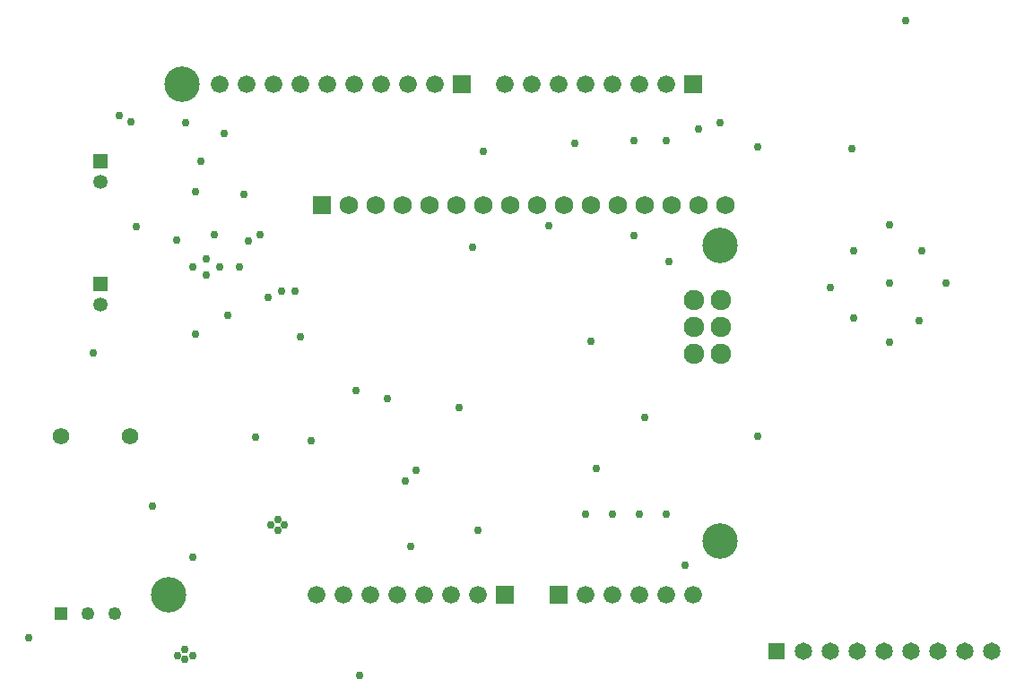
<source format=gbs>
G04*
G04 #@! TF.GenerationSoftware,Altium Limited,Altium Designer,20.1.14 (287)*
G04*
G04 Layer_Color=16711935*
%FSLAX25Y25*%
%MOIN*%
G70*
G04*
G04 #@! TF.SameCoordinates,0E931F91-B317-41B1-A8FB-8677B043815F*
G04*
G04*
G04 #@! TF.FilePolarity,Negative*
G04*
G01*
G75*
%ADD55C,0.06591*%
%ADD56R,0.04921X0.04921*%
%ADD57C,0.04921*%
%ADD58C,0.06890*%
%ADD59R,0.06890X0.06890*%
%ADD60C,0.06134*%
%ADD61C,0.05315*%
%ADD62R,0.05315X0.05315*%
%ADD63R,0.06496X0.06496*%
%ADD64C,0.06496*%
%ADD65C,0.07591*%
%ADD66R,0.06591X0.06591*%
%ADD67C,0.13189*%
%ADD68C,0.02953*%
D55*
X250000Y40000D02*
D03*
X210000D02*
D03*
X220000D02*
D03*
X230000D02*
D03*
X240000D02*
D03*
X160000D02*
D03*
X170000D02*
D03*
X110000D02*
D03*
X120000D02*
D03*
X130000D02*
D03*
X140000D02*
D03*
X150000D02*
D03*
X230000Y230000D02*
D03*
X240000D02*
D03*
X180000D02*
D03*
X190000D02*
D03*
X200000D02*
D03*
X210000D02*
D03*
X220000D02*
D03*
X74000D02*
D03*
X84000D02*
D03*
X94000D02*
D03*
X104000D02*
D03*
X114000D02*
D03*
X124000D02*
D03*
X134000D02*
D03*
X144000D02*
D03*
X154000D02*
D03*
D56*
X15000Y33000D02*
D03*
D57*
X35000D02*
D03*
X25000D02*
D03*
D58*
X242000Y185000D02*
D03*
X232000D02*
D03*
X192000D02*
D03*
X162000D02*
D03*
X142000D02*
D03*
X122000D02*
D03*
X132000D02*
D03*
X152000D02*
D03*
X172000D02*
D03*
X182000D02*
D03*
X202000D02*
D03*
X212000D02*
D03*
X222000D02*
D03*
X252000D02*
D03*
X262000D02*
D03*
D59*
X112000D02*
D03*
D60*
X15205Y99000D02*
D03*
X40795D02*
D03*
D61*
X29646Y147904D02*
D03*
Y193563D02*
D03*
D62*
Y155778D02*
D03*
Y201437D02*
D03*
D63*
X281000Y19000D02*
D03*
D64*
X301000D02*
D03*
X311000D02*
D03*
X321000D02*
D03*
X331000D02*
D03*
X341000D02*
D03*
X351000D02*
D03*
X361000D02*
D03*
X291000D02*
D03*
D65*
X260551Y129803D02*
D03*
X250551D02*
D03*
X260551Y139803D02*
D03*
X250551D02*
D03*
X260551Y149803D02*
D03*
X250551D02*
D03*
D66*
X180000Y40000D02*
D03*
X250000Y230000D02*
D03*
X164000D02*
D03*
X200000Y40000D02*
D03*
D67*
X60000Y230000D02*
D03*
X55000Y40000D02*
D03*
X260000Y170000D02*
D03*
Y60000D02*
D03*
D68*
X252000Y213500D02*
D03*
X260000Y215740D02*
D03*
X95788Y63933D02*
D03*
X93000Y66000D02*
D03*
X98000D02*
D03*
X95788Y68051D02*
D03*
X61000Y16000D02*
D03*
X64000Y17500D02*
D03*
X61000Y19693D02*
D03*
X58500Y17500D02*
D03*
X69000Y165051D02*
D03*
X74020Y162000D02*
D03*
X69000Y158949D02*
D03*
X63981Y162000D02*
D03*
X72000Y174000D02*
D03*
X92000Y150840D02*
D03*
X170000Y64000D02*
D03*
X147000Y86291D02*
D03*
X143000Y82291D02*
D03*
X49000Y73000D02*
D03*
X247000Y51000D02*
D03*
X240000Y70031D02*
D03*
X230000D02*
D03*
X232000Y106000D02*
D03*
X228000Y173841D02*
D03*
X196583Y177231D02*
D03*
X87538Y98847D02*
D03*
X136303Y113000D02*
D03*
X162976Y109819D02*
D03*
X214000Y87000D02*
D03*
X220000Y70031D02*
D03*
X210000D02*
D03*
X126000Y10000D02*
D03*
X172000Y205047D02*
D03*
X75717Y211653D02*
D03*
X61575Y215819D02*
D03*
X84890Y171819D02*
D03*
X83000Y189000D02*
D03*
X3000Y24000D02*
D03*
X145038Y58181D02*
D03*
X64000Y54000D02*
D03*
X36843Y218347D02*
D03*
X274000Y99000D02*
D03*
X124740Y116000D02*
D03*
X206000Y208000D02*
D03*
X240000Y209000D02*
D03*
X168043Y169496D02*
D03*
X334059Y141950D02*
D03*
X323000Y134000D02*
D03*
X344070Y156000D02*
D03*
X329000Y253693D02*
D03*
X104000Y136000D02*
D03*
X241000Y164000D02*
D03*
X335192Y168000D02*
D03*
X309717D02*
D03*
Y143000D02*
D03*
X301000Y154303D02*
D03*
X323000Y177628D02*
D03*
Y156000D02*
D03*
X228000Y209000D02*
D03*
X27000Y130000D02*
D03*
X274284Y206716D02*
D03*
X212000Y134417D02*
D03*
X309000Y206000D02*
D03*
X102000Y153000D02*
D03*
X67000Y201437D02*
D03*
X41000Y216000D02*
D03*
X65000Y190000D02*
D03*
X58000Y172000D02*
D03*
X108000Y97291D02*
D03*
X43000Y177000D02*
D03*
X77000Y144000D02*
D03*
X89000Y174000D02*
D03*
X81418Y162000D02*
D03*
X97000Y153000D02*
D03*
X65000Y137000D02*
D03*
M02*

</source>
